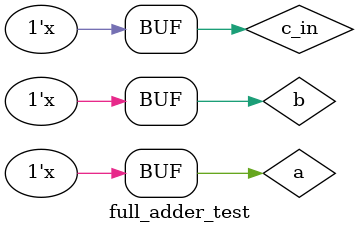
<source format=v>
`timescale 1ns / 1ps


module full_adder_test();
    reg a = 0, b = 0, c_in = 0;
    wire c_out, s;
    full_adder fa(.a(a), .b(b), .c_i(c_in), .c_o(c_out), .s(s));
    always #10 begin
        {a, b, c_in} = {a, b, c_in} + 1;
    end
endmodule

</source>
